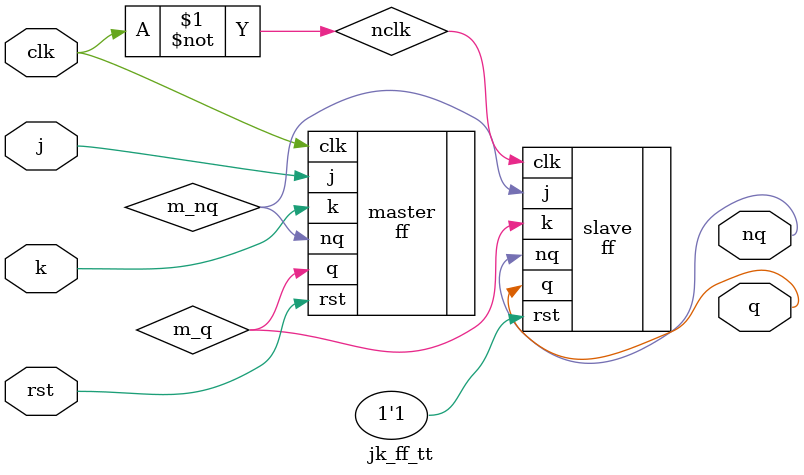
<source format=v>
module jk_ff_tt(clk, rst, j, k, q, nq);

   input clk, rst, j, k;
   output q,nq;
   
   wire nclk;
   wire m_q, m_nq;
   wire s_q, s_nq;
   
   assign nclk = ~clk;

   ff master ( .clk(clk), .rst(rst), .j(j), .k(k), .q(m_q), .nq(m_nq) );

   ff slave ( .clk(nclk), .rst(1'b1), .j(m_nq), .k(m_q), .q(q), .nq(nq) );
   
   
   
endmodule // jk_ff_tt

</source>
